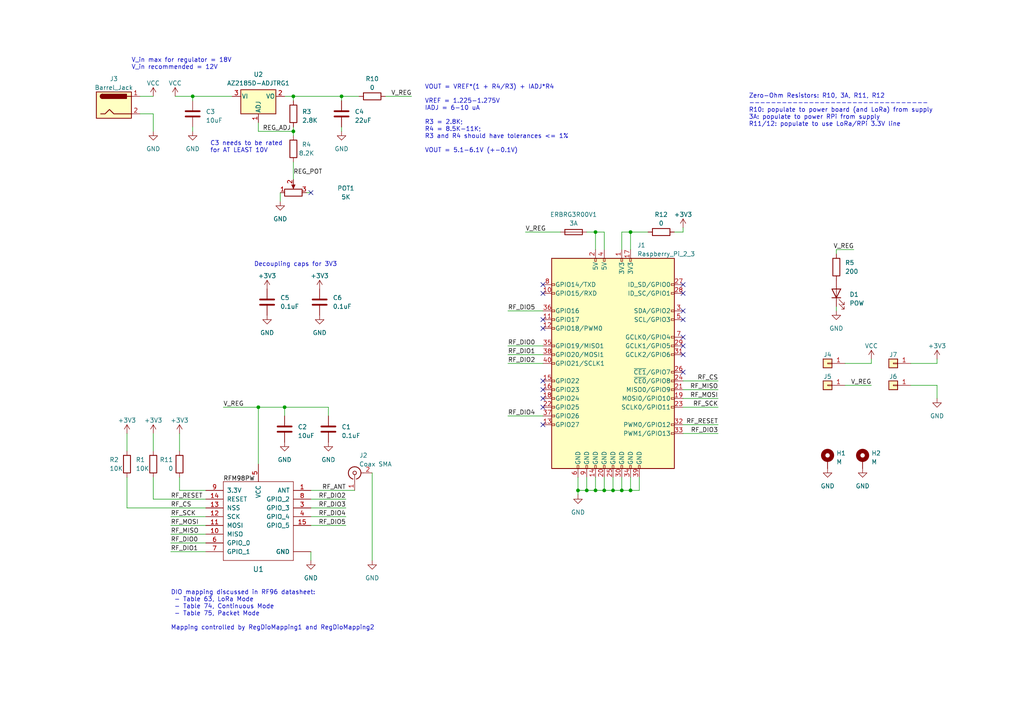
<source format=kicad_sch>
(kicad_sch (version 20230121) (generator eeschema)
  (paper "A4")
  (title_block (title "PROMETHEUS-1 Ground Station") (date "2024-01-14") (rev "v2") (company "LICENSE: CC BY 4.0") (comment 1 "Upgraded by Pedro Andrade (UMinho) for PROMETHEUS-1") (comment 2 "Designed by Akshat Sahay (CMU) for ARGUS-1"))
  (lib_symbols
    (symbol "Connector:Barrel_Jack" (pin_names (offset 1.016))
      (property "Reference" "J" (at 0 5.334 0))
      (property "Value" "Barrel_Jack" (at 0 -5.08 0))
      (symbol "Barrel_Jack_0_1"
        (rectangle (start -5.08 3.81) (end 5.08 -3.81) (stroke (width 0.254)) (fill (type background)))
        (arc (start -3.302 3.175) (mid -3.9343 2.54) (end -3.302 1.905) (stroke (width 0.254)))
        (arc (start -3.302 3.175) (mid -3.9343 2.54) (end -3.302 1.905) (stroke (width 0.254)) (fill (type outline)))
        (polyline (pts (xy 5.08 2.54) (xy 3.81 2.54)) (stroke (width 0.254)))
        (polyline (pts (xy -3.81 -2.54) (xy -2.54 -2.54) (xy -1.27 -1.27) (xy 0 -2.54) (xy 2.54 -2.54) (xy 5.08 -2.54)) (stroke (width 0.254)))
        (rectangle (start 3.683 3.175) (end -3.302 1.905) (stroke (width 0.254)) (fill (type outline)))
      )
      (symbol "Barrel_Jack_1_1"
        (pin passive line (at 7.62 2.54 180) (length 2.54) (name "~") (number "1"))
        (pin passive line (at 7.62 -2.54 180) (length 2.54) (name "~") (number "2"))
      )
    )
    (symbol "Connector:Raspberry_Pi_2_3" (pin_names (offset 1.016))
      (property "Reference" "J" (at -17.78 31.75 0))
      (property "Value" "Raspberry_Pi_2_3" (at 10.16 -31.75 0))
      (symbol "Raspberry_Pi_2_3_0_1"
        (rectangle (start -17.78 30.48) (end 17.78 -30.48) (stroke (width 0.254)) (fill (type background)))
      )
      (symbol "Raspberry_Pi_2_3_1_1"
        (rectangle (start -16.891 -17.526) (end -17.78 -18.034))
        (rectangle (start -16.891 -14.986) (end -17.78 -15.494))
        (rectangle (start -16.891 -12.446) (end -17.78 -12.954))
        (rectangle (start -16.891 -9.906) (end -17.78 -10.414))
        (rectangle (start -16.891 -7.366) (end -17.78 -7.874))
        (rectangle (start -16.891 -4.826) (end -17.78 -5.334))
        (rectangle (start -16.891 0.254) (end -17.78 -0.254))
        (rectangle (start -16.891 2.794) (end -17.78 2.286))
        (rectangle (start -16.891 5.334) (end -17.78 4.826))
        (rectangle (start -16.891 10.414) (end -17.78 9.906))
        (rectangle (start -16.891 12.954) (end -17.78 12.446))
        (rectangle (start -16.891 15.494) (end -17.78 14.986))
        (rectangle (start -16.891 20.574) (end -17.78 20.066))
        (rectangle (start -16.891 23.114) (end -17.78 22.606))
        (rectangle (start -10.414 -29.591) (end -9.906 -30.48))
        (rectangle (start -7.874 -29.591) (end -7.366 -30.48))
        (rectangle (start -5.334 -29.591) (end -4.826 -30.48))
        (rectangle (start -5.334 30.48) (end -4.826 29.591))
        (rectangle (start -2.794 -29.591) (end -2.286 -30.48))
        (rectangle (start -2.794 30.48) (end -2.286 29.591))
        (rectangle (start -0.254 -29.591) (end 0.254 -30.48))
        (rectangle (start 2.286 -29.591) (end 2.794 -30.48))
        (rectangle (start 2.286 30.48) (end 2.794 29.591))
        (rectangle (start 4.826 -29.591) (end 5.334 -30.48))
        (rectangle (start 4.826 30.48) (end 5.334 29.591))
        (rectangle (start 7.366 -29.591) (end 7.874 -30.48))
        (rectangle (start 17.78 -20.066) (end 16.891 -20.574))
        (rectangle (start 17.78 -17.526) (end 16.891 -18.034))
        (rectangle (start 17.78 -12.446) (end 16.891 -12.954))
        (rectangle (start 17.78 -9.906) (end 16.891 -10.414))
        (rectangle (start 17.78 -7.366) (end 16.891 -7.874))
        (rectangle (start 17.78 -4.826) (end 16.891 -5.334))
        (rectangle (start 17.78 -2.286) (end 16.891 -2.794))
        (rectangle (start 17.78 2.794) (end 16.891 2.286))
        (rectangle (start 17.78 5.334) (end 16.891 4.826))
        (rectangle (start 17.78 7.874) (end 16.891 7.366))
        (rectangle (start 17.78 12.954) (end 16.891 12.446))
        (rectangle (start 17.78 15.494) (end 16.891 14.986))
        (rectangle (start 17.78 20.574) (end 16.891 20.066))
        (rectangle (start 17.78 23.114) (end 16.891 22.606))
        (pin power_in line (at 2.54 33.02 270) (length 2.54) (name "3V3") (number "1"))
        (pin bidirectional line (at -20.32 20.32 0) (length 2.54) (name "GPIO15/RXD") (number "10"))
        (pin bidirectional line (at -20.32 12.7 0) (length 2.54) (name "GPIO17") (number "11"))
        (pin bidirectional line (at -20.32 10.16 0) (length 2.54) (name "GPIO18/PWM0") (number "12"))
        (pin bidirectional line (at -20.32 -17.78 0) (length 2.54) (name "GPIO27") (number "13"))
        (pin power_in line (at -5.08 -33.02 90) (length 2.54) (name "GND") (number "14"))
        (pin bidirectional line (at -20.32 -5.08 0) (length 2.54) (name "GPIO22") (number "15"))
        (pin bidirectional line (at -20.32 -7.62 0) (length 2.54) (name "GPIO23") (number "16"))
        (pin power_in line (at 5.08 33.02 270) (length 2.54) (name "3V3") (number "17"))
        (pin bidirectional line (at -20.32 -10.16 0) (length 2.54) (name "GPIO24") (number "18"))
        (pin bidirectional line (at 20.32 -10.16 180) (length 2.54) (name "MOSI0/GPIO10") (number "19"))
        (pin power_in line (at -5.08 33.02 270) (length 2.54) (name "5V") (number "2"))
        (pin power_in line (at -2.54 -33.02 90) (length 2.54) (name "GND") (number "20"))
        (pin bidirectional line (at 20.32 -7.62 180) (length 2.54) (name "MISO0/GPIO9") (number "21"))
        (pin bidirectional line (at -20.32 -12.7 0) (length 2.54) (name "GPIO25") (number "22"))
        (pin bidirectional line (at 20.32 -12.7 180) (length 2.54) (name "SCLK0/GPIO11") (number "23"))
        (pin bidirectional line (at 20.32 -5.08 180) (length 2.54) (name "~{CE0}/GPIO8") (number "24"))
        (pin power_in line (at 0 -33.02 90) (length 2.54) (name "GND") (number "25"))
        (pin bidirectional line (at 20.32 -2.54 180) (length 2.54) (name "~{CE1}/GPIO7") (number "26"))
        (pin bidirectional line (at 20.32 22.86 180) (length 2.54) (name "ID_SD/GPIO0") (number "27"))
        (pin bidirectional line (at 20.32 20.32 180) (length 2.54) (name "ID_SC/GPIO1") (number "28"))
        (pin bidirectional line (at 20.32 5.08 180) (length 2.54) (name "GCLK1/GPIO5") (number "29"))
        (pin bidirectional line (at 20.32 15.24 180) (length 2.54) (name "SDA/GPIO2") (number "3"))
        (pin power_in line (at 2.54 -33.02 90) (length 2.54) (name "GND") (number "30"))
        (pin bidirectional line (at 20.32 2.54 180) (length 2.54) (name "GCLK2/GPIO6") (number "31"))
        (pin bidirectional line (at 20.32 -17.78 180) (length 2.54) (name "PWM0/GPIO12") (number "32"))
        (pin bidirectional line (at 20.32 -20.32 180) (length 2.54) (name "PWM1/GPIO13") (number "33"))
        (pin power_in line (at 5.08 -33.02 90) (length 2.54) (name "GND") (number "34"))
        (pin bidirectional line (at -20.32 5.08 0) (length 2.54) (name "GPIO19/MISO1") (number "35"))
        (pin bidirectional line (at -20.32 15.24 0) (length 2.54) (name "GPIO16") (number "36"))
        (pin bidirectional line (at -20.32 -15.24 0) (length 2.54) (name "GPIO26") (number "37"))
        (pin bidirectional line (at -20.32 2.54 0) (length 2.54) (name "GPIO20/MOSI1") (number "38"))
        (pin power_in line (at 7.62 -33.02 90) (length 2.54) (name "GND") (number "39"))
        (pin power_in line (at -2.54 33.02 270) (length 2.54) (name "5V") (number "4"))
        (pin bidirectional line (at -20.32 0 0) (length 2.54) (name "GPIO21/SCLK1") (number "40"))
        (pin bidirectional line (at 20.32 12.7 180) (length 2.54) (name "SCL/GPIO3") (number "5"))
        (pin power_in line (at -10.16 -33.02 90) (length 2.54) (name "GND") (number "6"))
        (pin bidirectional line (at 20.32 7.62 180) (length 2.54) (name "GCLK0/GPIO4") (number "7"))
        (pin bidirectional line (at -20.32 22.86 0) (length 2.54) (name "GPIO14/TXD") (number "8"))
        (pin power_in line (at -7.62 -33.02 90) (length 2.54) (name "GND") (number "9"))
      )
    )
    (symbol "Connector_Generic:Conn_01x01" (pin_names (offset 1.016) hide)
      (property "Reference" "J" (at 0 2.54 0))
      (property "Value" "Conn_01x01" (at 0 -2.54 0))
      (symbol "Conn_01x01_1_1"
        (rectangle (start -1.27 0.127) (end 0 -0.127) (stroke (width 0.1524)))
        (rectangle (start -1.27 1.27) (end 1.27 -1.27) (stroke (width 0.254)) (fill (type background)))
        (pin passive line (at -5.08 0 0) (length 3.81) (name "Pin_1") (number "1"))
      )
    )
    (symbol "Device:C" (pin_numbers hide) (pin_names (offset 0.254))
      (property "Reference" "C" (at 0.635 2.54 0))
      (property "Value" "C" (at 0.635 -2.54 0))
      (symbol "C_0_1"
        (polyline (pts (xy -2.032 -0.762) (xy 2.032 -0.762)) (stroke (width 0.508)))
        (polyline (pts (xy -2.032 0.762) (xy 2.032 0.762)) (stroke (width 0.508)))
      )
      (symbol "C_1_1"
        (pin passive line (at 0 3.81 270) (length 2.794) (name "~") (number "1"))
        (pin passive line (at 0 -3.81 90) (length 2.794) (name "~") (number "2"))
      )
    )
    (symbol "Device:Fuse" (pin_numbers hide) (pin_names (offset 0))
      (property "Reference" "F" (at 0 2.032 0))
      (property "Value" "Fuse" (at 0 -1.905 0))
      (symbol "Fuse_0_1"
        (rectangle (start -2.54 -0.762) (end 2.54 0.762) (stroke (width 0.254)))
        (polyline (pts (xy -2.54 0) (xy 2.54 0)))
      )
      (symbol "Fuse_1_1"
        (pin passive line (at -3.81 0 0) (length 1.27) (name "~") (number "1"))
        (pin passive line (at 3.81 0 180) (length 1.27) (name "~") (number "2"))
      )
    )
    (symbol "Device:LED" (pin_numbers hide) (pin_names (offset 1.016) hide)
      (property "Reference" "D" (at 0 2.54 0))
      (property "Value" "LED" (at 0 -2.54 0))
      (symbol "LED_0_1"
        (polyline (pts (xy -1.27 -1.27) (xy -1.27 1.27)) (stroke (width 0.254)))
        (polyline (pts (xy -1.27 0) (xy 1.27 0)))
        (polyline (pts (xy 1.27 -1.27) (xy 1.27 1.27) (xy -1.27 0) (xy 1.27 -1.27)) (stroke (width 0.254)))
        (polyline (pts (xy -3.048 -0.762) (xy -4.572 -2.286) (xy -3.81 -2.286) (xy -4.572 -2.286) (xy -4.572 -1.524)))
        (polyline (pts (xy -1.778 -0.762) (xy -3.302 -2.286) (xy -2.54 -2.286) (xy -3.302 -2.286) (xy -3.302 -1.524)))
      )
      (symbol "LED_1_1"
        (pin passive line (at -3.81 0 0) (length 2.54) (name "K") (number "1"))
        (pin passive line (at 3.81 0 180) (length 2.54) (name "A") (number "2"))
      )
    )
    (symbol "Device:R" (pin_numbers hide) (pin_names (offset 0))
      (property "Reference" "R" (at 2.032 0 90))
      (property "Value" "R" (at 0 0 90))
      (symbol "R_0_1"
        (rectangle (start -1.016 -2.54) (end 1.016 2.54) (stroke (width 0.254)))
      )
      (symbol "R_1_1"
        (pin passive line (at 0 3.81 270) (length 1.27) (name "~") (number "1"))
        (pin passive line (at 0 -3.81 90) (length 1.27) (name "~") (number "2"))
      )
    )
    (symbol "Device:R_Potentiometer" (pin_names (offset 1.016) hide)
      (property "Reference" "RV" (at -4.445 0 90))
      (property "Value" "R_Potentiometer" (at -2.54 0 90))
      (symbol "R_Potentiometer_0_1"
        (polyline (pts (xy 2.54 0) (xy 1.524 0)))
        (polyline (pts (xy 1.143 0) (xy 2.286 0.508) (xy 2.286 -0.508) (xy 1.143 0)) (fill (type outline)))
        (rectangle (start 1.016 2.54) (end -1.016 -2.54) (stroke (width 0.254)))
      )
      (symbol "R_Potentiometer_1_1"
        (pin passive line (at 0 3.81 270) (length 1.27) (name "1") (number "1"))
        (pin passive line (at 3.81 0 180) (length 1.27) (name "2") (number "2"))
        (pin passive line (at 0 -3.81 90) (length 1.27) (name "3") (number "3"))
      )
    )
    (symbol "Mainboard:Connector_Conn_Coaxial" (pin_names (offset 1.016) hide)
      (property "Reference" "J" (at 0.254 3.048 0))
      (property "Value" "Connector_Conn_Coaxial" (at 2.921 0 90))
      (symbol "Connector_Conn_Coaxial_0_1"
        (arc (start -1.778 -0.508) (mid 0.2311 -1.8066) (end 1.778 0) (stroke (width 0.254)))
        (polyline (pts (xy -2.54 0) (xy -0.508 0)))
        (polyline (pts (xy 0 -2.54) (xy 0 -1.778)))
        (circle (center 0 0) (radius 0.508) (stroke (width 0.2032)))
        (arc (start 1.778 0) (mid 0.2099 1.8101) (end -1.778 0.508) (stroke (width 0.254)))
      )
      (symbol "Connector_Conn_Coaxial_1_1"
        (pin passive line (at -5.08 0 0) (length 2.54) (name "In") (number "1"))
        (pin passive line (at 0 -5.08 90) (length 2.54) (name "Ext") (number "2"))
      )
    )
    (symbol "Mechanical:MountingHole_Pad" (pin_numbers hide) (pin_names (offset 1.016) hide)
      (property "Reference" "H" (at 0 6.35 0))
      (property "Value" "MountingHole_Pad" (at 0 4.445 0))
      (symbol "MountingHole_Pad_0_1"
        (circle (center 0 1.27) (radius 1.27) (stroke (width 1.27)))
      )
      (symbol "MountingHole_Pad_1_1"
        (pin input line (at 0 -2.54 90) (length 2.54) (name "1") (number "1"))
      )
    )
    (symbol "RF_Module_HOPERF:RFM98PW" (pin_names (offset 1.016))
      (property "Reference" "U" (at -7.62 10.16 0))
      (symbol "RFM98PW_0_0"
        (pin bidirectional line (at 17.78 -10.16 180) (length 5.08) hide (name "GND") (number "17"))
        (pin bidirectional line (at 2.54 15.24 270) (length 5.08) (name "VCC") (number "5"))
      )
      (symbol "RFM98PW_1_0"
        (polyline (pts (xy -7.62 -12.7) (xy -7.62 10.16)))
        (polyline (pts (xy -7.62 10.16) (xy 12.7 10.16)))
        (polyline (pts (xy 12.7 -12.7) (xy -7.62 -12.7)))
        (polyline (pts (xy 12.7 10.16) (xy 12.7 -12.7)))
        (pin bidirectional line (at 17.78 7.62 180) (length 5.08) (name "ANT") (number "1"))
        (pin bidirectional line (at -12.7 -5.08 0) (length 5.08) (name "MISO") (number "10"))
        (pin bidirectional line (at -12.7 -2.54 0) (length 5.08) (name "MOSI") (number "11"))
        (pin bidirectional line (at -12.7 0 0) (length 5.08) (name "SCK") (number "12"))
        (pin bidirectional line (at -12.7 2.54 0) (length 5.08) (name "NSS") (number "13"))
        (pin bidirectional line (at -12.7 5.08 0) (length 5.08) (name "RESET") (number "14"))
        (pin bidirectional line (at 17.78 -2.54 180) (length 5.08) (name "GPIO_5") (number "15"))
        (pin bidirectional line (at 17.78 -10.16 180) (length 5.08) (name "GND") (number "16"))
        (pin bidirectional line (at 17.78 -10.16 180) (length 5.08) (name "GND") (number "2"))
        (pin bidirectional line (at 17.78 2.54 180) (length 5.08) (name "GPIO_3") (number "3"))
        (pin bidirectional line (at 17.78 0 180) (length 5.08) (name "GPIO_4") (number "4"))
        (pin bidirectional line (at -12.7 -7.62 0) (length 5.08) (name "GPIO_0") (number "6"))
        (pin bidirectional line (at -12.7 -10.16 0) (length 5.08) (name "GPIO_1") (number "7"))
        (pin bidirectional line (at 17.78 5.08 180) (length 5.08) (name "GPIO_2") (number "8"))
        (pin power_in line (at -12.7 7.62 0) (length 5.08) (name "3.3V") (number "9"))
      )
    )
    (symbol "Regulator_Linear:LM317_TO-252" (pin_names (offset 0.254))
      (property "Reference" "U" (at -3.81 3.175 0))
      (property "Value" "LM317_TO-252" (at 0 3.175 0))
      (symbol "LM317_TO-252_0_1"
        (rectangle (start -5.08 1.905) (end 5.08 -5.08) (stroke (width 0.254)) (fill (type background)))
      )
      (symbol "LM317_TO-252_1_1"
        (pin input line (at 0 -7.62 90) (length 2.54) (name "ADJ") (number "1"))
        (pin power_out line (at 7.62 0 180) (length 2.54) (name "VO") (number "2"))
        (pin power_in line (at -7.62 0 0) (length 2.54) (name "VI") (number "3"))
      )
    )
    (symbol "power:+3V3" (power) (pin_names (offset 0))
      (property "Value" "+3V3" (at 0 3.556 0))
      (symbol "+3V3_0_1"
        (polyline (pts (xy -0.762 1.27) (xy 0 2.54)))
        (polyline (pts (xy 0 0) (xy 0 2.54)))
        (polyline (pts (xy 0 2.54) (xy 0.762 1.27)))
      )
      (symbol "+3V3_1_1"
        (pin power_in line (at 0 0 90) (length 0) hide (name "+3V3") (number "1"))
      )
    )
    (symbol "power:GND" (power) (pin_names (offset 0))
      (property "Value" "GND" (at 0 -3.81 0))
      (symbol "GND_0_1"
        (polyline (pts (xy 0 0) (xy 0 -1.27) (xy 1.27 -1.27) (xy 0 -2.54) (xy -1.27 -1.27) (xy 0 -1.27)))
      )
      (symbol "GND_1_1"
        (pin power_in line (at 0 0 270) (length 0) hide (name "GND") (number "1"))
      )
    )
    (symbol "power:VCC" (power) (pin_names (offset 0))
      (property "Value" "VCC" (at 0 3.81 0))
      (symbol "VCC_0_1"
        (polyline (pts (xy -0.762 1.27) (xy 0 2.54)))
        (polyline (pts (xy 0 0) (xy 0 2.54)))
        (polyline (pts (xy 0 2.54) (xy 0.762 1.27)))
      )
      (symbol "VCC_1_1"
        (pin power_in line (at 0 0 90) (length 0) hide (name "VCC") (number "1"))
      )
    )
  )
  (junction (at 170.18 142.24))
  (junction (at 182.88 67.31))
  (junction (at 180.34 142.24))
  (junction (at 82.55 118.11))
  (junction (at 99.06 27.94))
  (junction (at 182.88 142.24))
  (junction (at 177.8 142.24))
  (junction (at 172.72 142.24))
  (junction (at 175.26 142.24))
  (junction (at 167.64 142.24))
  (junction (at 85.09 27.94))
  (junction (at 172.72 67.31))
  (junction (at 55.88 27.94))
  (junction (at 74.93 118.11))
  (junction (at 85.09 38.1))
  (no_connect (at 198.12 90.17))
  (no_connect (at 90.17 55.88))
  (no_connect (at 198.12 82.55))
  (no_connect (at 157.48 115.57))
  (no_connect (at 157.48 113.03))
  (no_connect (at 157.48 110.49))
  (no_connect (at 157.48 92.71))
  (no_connect (at 157.48 118.11))
  (no_connect (at 198.12 100.33))
  (no_connect (at 198.12 92.71))
  (no_connect (at 198.12 102.87))
  (no_connect (at 198.12 107.95))
  (no_connect (at 157.48 123.19))
  (no_connect (at 198.12 85.09))
  (no_connect (at 157.48 85.09))
  (no_connect (at 157.48 82.55))
  (no_connect (at 157.48 95.25))
  (no_connect (at 198.12 97.79))
  (wire (pts (xy 182.88 67.31) (xy 182.88 72.39)))
  (wire (pts (xy 49.53 160.02) (xy 59.69 160.02)))
  (wire (pts (xy 36.83 125.73) (xy 36.83 130.81)))
  (wire (pts (xy 52.07 125.73) (xy 52.07 130.81)))
  (wire (pts (xy 198.12 66.04) (xy 198.12 67.31)))
  (wire (pts (xy 90.17 142.24) (xy 102.87 142.24)))
  (wire (pts (xy 85.09 27.94) (xy 99.06 27.94)))
  (wire (pts (xy 99.06 27.94) (xy 104.14 27.94)))
  (wire (pts (xy 85.09 27.94) (xy 85.09 29.21)))
  (wire (pts (xy 111.76 27.94) (xy 119.38 27.94)))
  (wire (pts (xy 55.88 36.83) (xy 55.88 38.1)))
  (wire (pts (xy 36.83 138.43) (xy 36.83 147.32)))
  (wire (pts (xy 147.32 120.65) (xy 157.48 120.65)))
  (wire (pts (xy 82.55 118.11) (xy 95.25 118.11)))
  (wire (pts (xy 198.12 113.03) (xy 208.28 113.03)))
  (wire (pts (xy 55.88 27.94) (xy 67.31 27.94)))
  (wire (pts (xy 252.73 105.41) (xy 245.11 105.41)))
  (wire (pts (xy 90.17 144.78) (xy 100.33 144.78)))
  (wire (pts (xy 44.45 144.78) (xy 59.69 144.78)))
  (wire (pts (xy 172.72 72.39) (xy 172.72 67.31)))
  (wire (pts (xy 44.45 33.02) (xy 44.45 38.1)))
  (wire (pts (xy 242.57 88.9) (xy 242.57 90.17)))
  (wire (pts (xy 85.09 39.37) (xy 85.09 38.1)))
  (wire (pts (xy 175.26 72.39) (xy 175.26 67.31)))
  (wire (pts (xy 85.09 36.83) (xy 85.09 38.1)))
  (wire (pts (xy 36.83 147.32) (xy 59.69 147.32)))
  (wire (pts (xy 49.53 157.48) (xy 59.69 157.48)))
  (wire (pts (xy 198.12 125.73) (xy 208.28 125.73)))
  (wire (pts (xy 180.34 138.43) (xy 180.34 142.24)))
  (wire (pts (xy 49.53 149.86) (xy 59.69 149.86)))
  (wire (pts (xy 242.57 72.39) (xy 247.65 72.39)))
  (wire (pts (xy 180.34 142.24) (xy 182.88 142.24)))
  (wire (pts (xy 180.34 67.31) (xy 182.88 67.31)))
  (wire (pts (xy 198.12 110.49) (xy 208.28 110.49)))
  (wire (pts (xy 147.32 105.41) (xy 157.48 105.41)))
  (wire (pts (xy 82.55 118.11) (xy 82.55 120.65)))
  (wire (pts (xy 271.78 111.76) (xy 271.78 115.57)))
  (wire (pts (xy 271.78 104.14) (xy 271.78 105.41)))
  (wire (pts (xy 182.88 142.24) (xy 185.42 142.24)))
  (wire (pts (xy 49.53 154.94) (xy 59.69 154.94)))
  (wire (pts (xy 170.18 67.31) (xy 172.72 67.31)))
  (wire (pts (xy 177.8 142.24) (xy 180.34 142.24)))
  (wire (pts (xy 175.26 67.31) (xy 172.72 67.31)))
  (wire (pts (xy 147.32 102.87) (xy 157.48 102.87)))
  (wire (pts (xy 90.17 160.02) (xy 90.17 162.56)))
  (wire (pts (xy 74.93 118.11) (xy 82.55 118.11)))
  (wire (pts (xy 147.32 100.33) (xy 157.48 100.33)))
  (wire (pts (xy 185.42 142.24) (xy 185.42 138.43)))
  (wire (pts (xy 64.77 118.11) (xy 74.93 118.11)))
  (wire (pts (xy 44.45 125.73) (xy 44.45 130.81)))
  (wire (pts (xy 40.64 33.02) (xy 44.45 33.02)))
  (wire (pts (xy 177.8 138.43) (xy 177.8 142.24)))
  (wire (pts (xy 170.18 142.24) (xy 172.72 142.24)))
  (wire (pts (xy 147.32 90.17) (xy 157.48 90.17)))
  (wire (pts (xy 198.12 115.57) (xy 208.28 115.57)))
  (wire (pts (xy 198.12 118.11) (xy 208.28 118.11)))
  (wire (pts (xy 172.72 142.24) (xy 175.26 142.24)))
  (wire (pts (xy 99.06 36.83) (xy 99.06 38.1)))
  (wire (pts (xy 74.93 118.11) (xy 74.93 134.62)))
  (wire (pts (xy 49.53 152.4) (xy 59.69 152.4)))
  (wire (pts (xy 175.26 142.24) (xy 177.8 142.24)))
  (wire (pts (xy 95.25 118.11) (xy 95.25 120.65)))
  (wire (pts (xy 264.16 111.76) (xy 271.78 111.76)))
  (wire (pts (xy 172.72 138.43) (xy 172.72 142.24)))
  (wire (pts (xy 99.06 27.94) (xy 99.06 29.21)))
  (wire (pts (xy 182.88 67.31) (xy 187.96 67.31)))
  (wire (pts (xy 252.73 104.14) (xy 252.73 105.41)))
  (wire (pts (xy 195.58 67.31) (xy 198.12 67.31)))
  (wire (pts (xy 167.64 142.24) (xy 167.64 143.51)))
  (wire (pts (xy 85.09 46.99) (xy 85.09 52.07)))
  (wire (pts (xy 55.88 27.94) (xy 55.88 29.21)))
  (wire (pts (xy 170.18 138.43) (xy 170.18 142.24)))
  (wire (pts (xy 182.88 138.43) (xy 182.88 142.24)))
  (wire (pts (xy 271.78 105.41) (xy 264.16 105.41)))
  (wire (pts (xy 59.69 142.24) (xy 52.07 142.24)))
  (wire (pts (xy 107.95 137.16) (xy 107.95 162.56)))
  (wire (pts (xy 180.34 72.39) (xy 180.34 67.31)))
  (wire (pts (xy 175.26 138.43) (xy 175.26 142.24)))
  (wire (pts (xy 90.17 147.32) (xy 100.33 147.32)))
  (wire (pts (xy 74.93 38.1) (xy 85.09 38.1)))
  (wire (pts (xy 90.17 149.86) (xy 100.33 149.86)))
  (wire (pts (xy 245.11 111.76) (xy 252.73 111.76)))
  (wire (pts (xy 74.93 38.1) (xy 74.93 35.56)))
  (wire (pts (xy 90.17 152.4) (xy 100.33 152.4)))
  (wire (pts (xy 81.28 55.88) (xy 81.28 58.42)))
  (wire (pts (xy 40.64 27.94) (xy 44.45 27.94)))
  (wire (pts (xy 82.55 27.94) (xy 85.09 27.94)))
  (wire (pts (xy 52.07 138.43) (xy 52.07 142.24)))
  (wire (pts (xy 198.12 123.19) (xy 208.28 123.19)))
  (wire (pts (xy 90.17 55.88) (xy 88.9 55.88)))
  (wire (pts (xy 167.64 142.24) (xy 170.18 142.24)))
  (wire (pts (xy 167.64 138.43) (xy 167.64 142.24)))
  (wire (pts (xy 152.4 67.31) (xy 162.56 67.31)))
  (wire (pts (xy 242.57 72.39) (xy 242.57 73.66)))
  (wire (pts (xy 50.8 27.94) (xy 55.88 27.94)))
  (wire (pts (xy 44.45 138.43) (xy 44.45 144.78)))
  (text "Decoupling caps for 3V3" (at 73.66 77.47 0) (effects (font (size 1.27 1.27)) (justify left bottom)))
  (text "DIO mapping discussed in RF96 datasheet:\n - Table 63, LoRa Mode\n - Table 74, Continuous Mode\n - Table 75, Packet Mode\n\nMapping controlled by RegDioMapping1 and RegDioMapping2" (at 49.53 182.88 0) (effects (font (size 1.27 1.27)) (justify left bottom)))
  (text "Zero-Ohm Resistors: R10, 3A, R11, R12\n---------------------------------\nR10: populate to power board (and LoRa) from supply\n3A: populate to power RPi from supply\nR11/12: populate to use LoRa/RPi 3.3V line" (at 217.17 36.83 0) (effects (font (size 1.27 1.27)) (justify left bottom)))
  (text "V_in max for regulator = 18V\nV_in recommended = 12V" (at 38.1 20.32 0) (effects (font (size 1.27 1.27)) (justify left bottom)))
  (text "RFM98PW" (at 64.77 139.7 0) (effects (font (size 1.27 1.27)) (justify left bottom)))
  (text "C3 needs to be rated\nfor AT LEAST 10V" (at 60.96 44.45 0) (effects (font (size 1.27 1.27)) (justify left bottom)))
  (text "VOUT = VREF*(1 + R4/R3) + IADJ*R4\n\nVREF = 1.225-1.275V\nIADJ = 6-10 uA\n\nR3 = 2.8K; \nR4 = 8.5K-11K;\nR3 and R4 should have tolerances <= 1%\n\nVOUT = 5.1-6.1V (+-0.1V)" (at 123.19 44.45 0) (effects (font (size 1.27 1.27)) (justify left bottom)))
  (label "V_REG" (at 64.77 118.11 0))
  (label "V_REG" (at 119.38 27.94 180))
  (label "RF_RESET" (at 208.28 123.19 180))
  (label "RF_DIO5" (at 100.33 152.4 180))
  (label "RF_DIO0" (at 147.32 100.33 0))
  (label "RF_SCK" (at 49.53 149.86 0))
  (label "RF_MISO" (at 208.28 113.03 180))
  (label "RF_SCK" (at 208.28 118.11 180))
  (label "REG_ADJ" (at 76.2 38.1 0))
  (label "RF_DIO2" (at 147.32 105.41 0))
  (label "RF_MISO" (at 49.53 154.94 0))
  (label "RF_CS" (at 208.28 110.49 180))
  (label "V_REG" (at 152.4 67.31 0))
  (label "RF_CS" (at 49.53 147.32 0))
  (label "RF_DIO3" (at 208.28 125.73 180))
  (label "RF_DIO4" (at 147.32 120.65 0))
  (label "RF_DIO1" (at 49.53 160.02 0))
  (label "RF_DIO3" (at 100.33 147.32 180))
  (label "RF_DIO5" (at 147.32 90.17 0))
  (label "RF_MOSI" (at 208.28 115.57 180))
  (label "RF_DIO1" (at 147.32 102.87 0))
  (label "RF_DIO4" (at 100.33 149.86 180))
  (label "RF_ANT" (at 100.33 142.24 180))
  (label "RF_RESET" (at 49.53 144.78 0))
  (label "REG_POT" (at 85.09 50.8 0))
  (label "V_REG" (at 252.73 111.76 180))
  (label "RF_DIO2" (at 100.33 144.78 180))
  (label "RF_MOSI" (at 49.53 152.4 0))
  (label "V_REG" (at 247.65 72.39 180))
  (label "RF_DIO0" (at 49.53 157.48 0))
  (symbol (lib_id "power:GND") (at 82.55 128.27 0) (unit 1)
    (property "Reference" "#PWR09" (effects hide))
    (property "Value" "GND" (at 82.55 133.35 0))
  )
  (symbol (lib_id "power:GND") (at 167.64 143.51 0) (unit 1)
    (property "Reference" "#PWR05" (effects hide))
    (property "Value" "GND" (at 167.64 148.59 0))
  )
  (symbol (lib_id "power:GND") (at 77.47 91.44 0) (unit 1)
    (property "Reference" "#PWR023" (effects hide))
    (property "Value" "GND" (at 77.47 96.52 0))
  )
  (symbol (lib_id "power:+3V3") (at 44.45 125.73 0) (unit 1)
    (property "Reference" "#PWR01" (effects hide))
    (property "Value" "+3V3" (at 44.45 121.92 0))
  )
  (symbol (lib_id "power:VCC") (at 44.45 27.94 0) (unit 1)
    (property "Reference" "#PWR04" (effects hide))
    (property "Value" "VCC" (at 44.45 24.13 0))
  )
  (symbol (lib_id "Device:C") (at 55.88 33.02 0) (unit 1)
    (property "Reference" "C3" (at 59.69 32.385 0) (effects (justify left)))
    (property "Value" "10uF" (at 59.69 34.925 0) (effects (justify left)))
    (property "Footprint" "Capacitor_SMD:C_0805_2012Metric_Pad1.18x1.45mm_HandSolder" (effects hide))
    (property "Descritption" "10μF 0805 25V x7r" (effects hide))
  )
  (symbol (lib_id "power:GND") (at 55.88 38.1 0) (unit 1)
    (property "Reference" "#PWR012" (effects hide))
    (property "Value" "GND" (at 55.88 43.18 0))
  )
  (symbol (lib_id "Device:R") (at 44.45 134.62 180) (unit 1)
    (property "Reference" "R1" (at 39.37 133.35 0) (effects (justify right)))
    (property "Value" "10K" (at 39.37 135.89 0) (effects (justify right)))
    (property "Footprint" "Resistor_SMD:R_0805_2012Metric_Pad1.20x1.40mm_HandSolder" (effects hide))
    (property "Descritption" "10K 0805 1%" (effects hide))
  )
  (symbol (lib_id "Device:C") (at 77.47 87.63 0) (unit 1)
    (property "Reference" "C5" (at 81.28 86.36 0) (effects (justify left)))
    (property "Value" "0.1uF" (at 81.28 88.9 0) (effects (justify left)))
    (property "Footprint" "Capacitor_SMD:C_0603_1608Metric_Pad1.08x0.95mm_HandSolder" (effects hide))
    (property "Descritption" "0.1μF 0603 25V x7r" (effects hide))
  )
  (symbol (lib_id "Device:R") (at 36.83 134.62 180) (unit 1)
    (property "Reference" "R2" (at 31.75 133.35 0) (effects (justify right)))
    (property "Value" "10K" (at 31.75 135.89 0) (effects (justify right)))
    (property "Footprint" "Resistor_SMD:R_0805_2012Metric_Pad1.20x1.40mm_HandSolder" (effects hide))
    (property "Descritption" "10K 0805 1%" (effects hide))
  )
  (symbol (lib_id "power:+3V3") (at 36.83 125.73 0) (unit 1)
    (property "Reference" "#PWR08" (effects hide))
    (property "Value" "+3V3" (at 36.83 121.92 0))
  )
  (symbol (lib_id "power:GND") (at 99.06 38.1 0) (unit 1)
    (property "Reference" "#PWR014" (effects hide))
    (property "Value" "GND" (at 99.06 43.18 0))
  )
  (symbol (lib_id "power:GND") (at 44.45 38.1 0) (unit 1)
    (property "Reference" "#PWR011" (effects hide))
    (property "Value" "GND" (at 44.45 43.18 0))
  )
  (symbol (lib_id "Device:R_Potentiometer") (at 85.09 55.88 90) (unit 1)
    (property "Reference" "POT1" (at 100.33 54.61 90))
    (property "Value" "5K" (at 100.33 57.15 90))
    (property "Footprint" "Potentiometer_THT:Potentiometer_Bourns_3296W_Vertical" (effects hide))
    (property "Manufacturer ID" "3296W-1-502LF" (effects hide))
    (property "Descritption" "TRIMMER 5K OHM 0.5W PC PIN TOP" (effects hide))
    (property "Manufacturer" "Bourns Inc." (effects hide))
  )
  (symbol (lib_id "power:VCC") (at 252.73 104.14 0) (unit 1)
    (property "Reference" "#PWR018" (effects hide))
    (property "Value" "VCC" (at 252.73 100.33 0))
  )
  (symbol (lib_id "Device:Fuse") (at 166.37 67.31 0) (unit 1)
    (property "Reference" "ERBRG3R00V1" (at 166.37 62.23 0))
    (property "Value" "3A" (at 166.37 64.77 0))
    (property "Footprint" ".MyLib:ERBRG4R00V" (effects hide))
    (property "Manufacturer ID" "ERB-RG3R00V" (effects hide))
    (property "Descritption" "FUSE BOARD MOUNT 3A 32VDC 1206" (effects hide))
    (property "Manufacturer" "Panasonic Electronic Components" (effects hide))
  )
  (symbol (lib_id "Device:C") (at 82.55 124.46 0) (unit 1)
    (property "Reference" "C2" (at 86.36 123.825 0) (effects (justify left)))
    (property "Value" "10uF" (at 86.36 126.365 0) (effects (justify left)))
    (property "Footprint" "Capacitor_SMD:C_0603_1608Metric_Pad1.08x0.95mm_HandSolder" (effects hide))
    (property "Descritption" "10μF 0603 25V x7r" (effects hide))
  )
  (symbol (lib_id "power:GND") (at 90.17 162.56 0) (unit 1)
    (property "Reference" "#PWR03" (effects hide))
    (property "Value" "GND" (at 90.17 167.64 0))
  )
  (symbol (lib_id "Device:C") (at 99.06 33.02 0) (unit 1)
    (property "Reference" "C4" (at 102.87 32.385 0) (effects (justify left)))
    (property "Value" "22uF" (at 102.87 34.925 0) (effects (justify left)))
    (property "Footprint" "Capacitor_SMD:C_0805_2012Metric_Pad1.18x1.45mm_HandSolder" (effects hide))
    (property "Descritption" "22μF 0805 25V x7r" (effects hide))
  )
  (symbol (lib_id "power:GND") (at 242.57 90.17 0) (unit 1)
    (property "Reference" "#PWR028" (effects hide))
    (property "Value" "GND" (at 242.57 95.25 0))
  )
  (symbol (lib_id "power:+3V3") (at 92.71 83.82 0) (unit 1)
    (property "Reference" "#PWR025" (effects hide))
    (property "Value" "+3V3" (at 92.71 80.01 0))
  )
  (symbol (lib_id "Connector_Generic:Conn_01x01") (at 259.08 105.41 180) (unit 1)
    (property "Reference" "J7" (at 259.08 102.87 0))
    (property "Value" "3.3V" (effects hide))
    (property "Footprint" "TestPoint:TestPoint_Loop_D2.50mm_Drill1.0mm" (effects hide))
  )
  (symbol (lib_id "Device:R") (at 242.57 77.47 180) (unit 1)
    (property "Reference" "R5" (at 245.11 76.2 0) (effects (justify right)))
    (property "Value" "200" (at 245.11 78.74 0) (effects (justify right)))
    (property "Footprint" "Resistor_SMD:R_0805_2012Metric_Pad1.20x1.40mm_HandSolder" (effects hide))
    (property "Descritption" "200R 0805 1%" (effects hide))
  )
  (symbol (lib_id "power:+3V3") (at 52.07 125.73 0) (unit 1)
    (property "Reference" "#PWR07" (effects hide))
    (property "Value" "+3V3" (at 52.07 121.92 0))
  )
  (symbol (lib_id "power:GND") (at 81.28 58.42 0) (unit 1)
    (property "Reference" "#PWR013" (effects hide))
    (property "Value" "GND" (at 81.28 63.5 0))
  )
  (symbol (lib_id "power:GND") (at 107.95 162.56 0) (unit 1)
    (property "Reference" "#PWR06" (effects hide))
    (property "Value" "GND" (at 107.95 167.64 0))
  )
  (symbol (lib_id "Device:C") (at 92.71 87.63 0) (unit 1)
    (property "Reference" "C6" (at 96.52 86.36 0) (effects (justify left)))
    (property "Value" "0.1uF" (at 96.52 88.9 0) (effects (justify left)))
    (property "Footprint" "Capacitor_SMD:C_0603_1608Metric_Pad1.08x0.95mm_HandSolder" (effects hide))
    (property "Descritption" "0.1μF 0603 25V x7r" (effects hide))
  )
  (symbol (lib_id "Regulator_Linear:LM317_TO-252") (at 74.93 27.94 0) (unit 1)
    (property "Reference" "U2" (at 74.93 21.59 0))
    (property "Value" "AZ2185D-ADJTRG1\n" (at 74.93 24.13 0))
    (property "Footprint" "Package_TO_SOT_SMD:TO-252-2" (effects hide))
    (property "Datasheet" "http://www.ti.com/lit/ds/snvs774n/snvs774n.pdf" (effects hide))
    (property "Manufacturer ID" "AZ2185D-ADJTRG1" (effects hide))
    (property "Descritption" "IC REG LIN POS ADJ 4.95A TO252-3" (effects hide))
    (property "Manufacturer" "Diodes Incorporated" (effects hide))
  )
  (symbol (lib_id "Connector_Generic:Conn_01x01") (at 259.08 111.76 180) (unit 1)
    (property "Reference" "J6" (at 259.08 109.22 0))
    (property "Value" "GND" (effects hide))
    (property "Footprint" "TestPoint:TestPoint_Loop_D2.50mm_Drill1.0mm" (effects hide))
  )
  (symbol (lib_id "Mainboard:Connector_Conn_Coaxial") (at 102.87 137.16 90) (unit 1)
    (property "Reference" "J2" (at 105.41 132.08 90))
    (property "Value" "Coax SMA" (at 104.14 134.62 90) (effects (justify right)))
    (property "Footprint" "Connector_Coaxial:SMA_Amphenol_901-144_Vertical" (effects hide))
    (property "Datasheet" "https://www.tme.eu/pt/details/bu-1420701211/conectores-sma-smb-smc/mueller-electric/" (effects hide))
    (property "Manufacturer ID" "BU-1420701211" (effects hide))
    (property "Descritption" "CONN SMA JACK STR. 50 OHM EDGE M" (effects hide))
    (property "Manufacturer" "Mueller Electric Co" (effects hide))
  )
  (symbol (lib_id "Device:R") (at 85.09 33.02 0) (unit 1)
    (property "Reference" "R3" (at 87.63 32.385 0) (effects (justify left)))
    (property "Value" "2.8K" (at 87.63 34.925 0) (effects (justify left)))
    (property "Footprint" "Resistor_SMD:R_0805_2012Metric_Pad1.20x1.40mm_HandSolder" (effects hide))
    (property "Descritption" "2.8K 0805 1%" (effects hide))
  )
  (symbol (lib_id "Connector_Generic:Conn_01x01") (at 240.03 111.76 180) (unit 1)
    (property "Reference" "J5" (at 240.03 109.22 0))
    (property "Value" "V_REG" (effects hide))
    (property "Footprint" "TestPoint:TestPoint_Loop_D2.50mm_Drill1.0mm" (effects hide))
  )
  (symbol (lib_id "Device:R") (at 191.77 67.31 90) (unit 1)
    (property "Reference" "R12" (at 191.77 62.23 90))
    (property "Value" "0" (at 191.77 64.77 90))
    (property "Footprint" "Resistor_SMD:R_0805_2012Metric_Pad1.20x1.40mm_HandSolder" (effects hide))
    (property "Descritption" "0R 0805 1%" (effects hide))
  )
  (symbol (lib_id "power:+3V3") (at 271.78 104.14 0) (unit 1)
    (property "Reference" "#PWR020" (effects hide))
    (property "Value" "+3V3" (at 271.78 100.33 0))
  )
  (symbol (lib_id "power:GND") (at 95.25 128.27 0) (unit 1)
    (property "Reference" "#PWR010" (effects hide))
    (property "Value" "GND" (at 95.25 133.35 0))
  )
  (symbol (lib_id "RF_Module_HOPERF:RFM98PW") (at 72.39 149.86 0) (unit 1)
    (property "Reference" "U1" (at 74.93 165.1 0) (effects (font (size 1.4986 1.4986))))
    (property "Value" "RFM98PW" (effects hide))
    (property "Footprint" "RF_Module_HOPERF:RFM95PW" (effects hide))
    (property "Datasheet" "https://www.hoperf.com/modules/lora/RFM98PW.html" (effects hide))
    (property "Manufacturer ID" "RFM98PW-433S2" (effects hide))
    (property "Descritption" "transceiver" (effects hide))
    (property "Manufacturer" "HOPE MICROELECTRONICS" (effects hide))
  )
  (symbol (lib_id "Device:R") (at 107.95 27.94 90) (unit 1)
    (property "Reference" "R10" (at 107.95 22.86 90))
    (property "Value" "0" (at 107.95 25.4 90))
    (property "Footprint" "Resistor_SMD:R_0805_2012Metric_Pad1.20x1.40mm_HandSolder" (effects hide))
    (property "Descritption" "0R 0805 1%" (effects hide))
  )
  (symbol (lib_id "Mechanical:MountingHole_Pad") (at 250.19 133.35 0) (unit 1)
    (property "Reference" "H2" (at 252.73 131.445 0) (effects (justify left)))
    (property "Value" "M" (at 252.73 133.985 0) (effects (justify left)))
    (property "Footprint" "MountingHole:MountingHole_2.7mm_M2.5_Pad_Via" (effects hide))
  )
  (symbol (lib_id "Device:R") (at 52.07 134.62 0) (unit 1)
    (property "Reference" "R11" (at 48.26 133.35 0))
    (property "Value" "0" (at 49.53 135.89 0))
    (property "Footprint" "Resistor_SMD:R_0805_2012Metric_Pad1.20x1.40mm_HandSolder" (effects hide))
    (property "Descritption" "0R 0805 1%" (effects hide))
  )
  (symbol (lib_id "Mechanical:MountingHole_Pad") (at 240.03 133.35 0) (unit 1)
    (property "Reference" "H1" (at 242.57 131.445 0) (effects (justify left)))
    (property "Value" "M" (at 242.57 133.985 0) (effects (justify left)))
    (property "Footprint" "MountingHole:MountingHole_2.7mm_M2.5_Pad_Via" (effects hide))
  )
  (symbol (lib_id "power:VCC") (at 50.8 27.94 0) (unit 1)
    (property "Reference" "#PWR02" (effects hide))
    (property "Value" "VCC" (at 50.8 24.13 0))
  )
  (symbol (lib_id "Device:R") (at 85.09 43.18 0) (unit 1)
    (property "Reference" "R4" (at 88.9 41.91 0))
    (property "Value" "8.2K" (at 88.9 44.45 0))
    (property "Footprint" "Resistor_SMD:R_0805_2012Metric_Pad1.20x1.40mm_HandSolder" (effects hide))
    (property "Descritption" "8.2K 0805 1%" (effects hide))
  )
  (symbol (lib_id "Device:LED") (at 242.57 85.09 90) (unit 1)
    (property "Reference" "D1" (at 246.38 85.4075 90) (effects (justify right)))
    (property "Value" "POW" (at 246.38 87.9475 90) (effects (justify right)))
    (property "Footprint" "LED_SMD:LED_0805_2012Metric_Pad1.15x1.40mm_HandSolder" (effects hide))
    (property "Manufacturer ID" "HSMC-C170-T0000" (effects hide))
    (property "Descritption" "LED RED TOP MNT 2SMD" (effects hide))
    (property "Manufacturer" "Broadcom Limited" (effects hide))
  )
  (symbol (lib_id "Connector:Barrel_Jack") (at 33.02 30.48 0) (unit 1)
    (property "Reference" "J3" (at 33.02 22.86 0))
    (property "Value" "Barrel_Jack" (at 33.02 25.4 0))
    (property "Footprint" "Connector_BarrelJack:BarrelJack_Horizontal" (effects hide))
    (property "Manufacturer ID" "PRT-00119" (effects hide))
    (property "Descritption" "SparkFun Electronics" (effects hide))
    (property "Manufacturer" "DC BARREL POWER JACK/CONNECTOR" (effects hide))
  )
  (symbol (lib_id "power:GND") (at 92.71 91.44 0) (unit 1)
    (property "Reference" "#PWR024" (effects hide))
    (property "Value" "GND" (at 92.71 96.52 0))
  )
  (symbol (lib_id "power:GND") (at 240.03 135.89 0) (unit 1)
    (property "Reference" "#PWR016" (effects hide))
    (property "Value" "GND" (at 240.03 140.97 0))
  )
  (symbol (lib_id "power:+3V3") (at 198.12 66.04 0) (unit 1)
    (property "Reference" "#PWR017" (effects hide))
    (property "Value" "+3V3" (at 198.12 62.23 0))
  )
  (symbol (lib_id "power:+3V3") (at 77.47 83.82 0) (unit 1)
    (property "Reference" "#PWR026" (effects hide))
    (property "Value" "+3V3" (at 77.47 80.01 0))
  )
  (symbol (lib_id "power:GND") (at 271.78 115.57 0) (unit 1)
    (property "Reference" "#PWR021" (effects hide))
    (property "Value" "GND" (at 271.78 120.65 0))
  )
  (symbol (lib_id "Device:C") (at 95.25 124.46 0) (unit 1)
    (property "Reference" "C1" (at 99.06 123.825 0) (effects (justify left)))
    (property "Value" "0.1uF" (at 99.06 126.365 0) (effects (justify left)))
    (property "Footprint" "Capacitor_SMD:C_0603_1608Metric_Pad1.08x0.95mm_HandSolder" (effects hide))
    (property "Descritption" "0.1μF 0603 25V x7r" (effects hide))
  )
  (symbol (lib_id "Connector:Raspberry_Pi_2_3") (at 177.8 105.41 0) (unit 1)
    (property "Reference" "J1" (at 184.8359 71.12 0) (effects (justify left)))
    (property "Value" "Raspberry_Pi_2_3" (at 184.8359 73.66 0) (effects (justify left)))
    (property "Footprint" "Connector_PinSocket_2.54mm:PinSocket_2x20_P2.54mm_Vertical" (effects hide))
    (property "Datasheet" "https://www.raspberrypi.org/documentation/hardware/raspberrypi/schematics/rpi_SCH_3bplus_1p0_reduced.pdf" (effects hide))
    (property "Manufacturer ID" "SSW-120-02-G-D-LL" (effects hide))
    (property "Descritption" "CONN RCPT 40POS 0.1 GOLD PCB" (effects hide))
    (property "Manufacturer" "Samtec Inc." (effects hide))
  )
  (symbol (lib_id "Connector_Generic:Conn_01x01") (at 240.03 105.41 180) (unit 1)
    (property "Reference" "J4" (at 240.03 102.87 0))
    (property "Value" "VCC" (effects hide))
    (property "Footprint" "TestPoint:TestPoint_Loop_D2.50mm_Drill1.0mm" (effects hide))
  )
  (symbol (lib_id "power:GND") (at 250.19 135.89 0) (unit 1)
    (property "Reference" "#PWR019" (effects hide))
    (property "Value" "GND" (at 250.19 140.97 0))
  )
)
</source>
